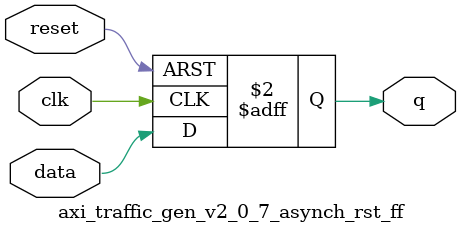
<source format=v>

`timescale 1ps/1ps
module axi_traffic_gen_v2_0_7_asynch_rst_ff (
data  ,
clk    ,
reset ,
q     
);
input data, clk, reset ; 
output q;
(*ASYNC_REG = "TRUE" *) reg q;
always @ ( posedge clk or posedge reset) begin
  if (reset) begin
    q <= 1'b1;
  end  else begin
    q <= data;
  end
end
endmodule 

</source>
